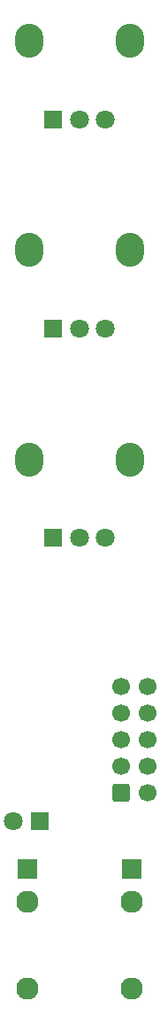
<source format=gbr>
%TF.GenerationSoftware,KiCad,Pcbnew,6.0.7+dfsg-1~bpo11+1*%
%TF.CreationDate,2022-10-26T04:05:39+08:00*%
%TF.ProjectId,MiniDelay v1.0 - Main,4d696e69-4465-46c6-9179-2076312e3020,rev?*%
%TF.SameCoordinates,Original*%
%TF.FileFunction,Soldermask,Top*%
%TF.FilePolarity,Negative*%
%FSLAX46Y46*%
G04 Gerber Fmt 4.6, Leading zero omitted, Abs format (unit mm)*
G04 Created by KiCad (PCBNEW 6.0.7+dfsg-1~bpo11+1) date 2022-10-26 04:05:39*
%MOMM*%
%LPD*%
G01*
G04 APERTURE LIST*
G04 Aperture macros list*
%AMRoundRect*
0 Rectangle with rounded corners*
0 $1 Rounding radius*
0 $2 $3 $4 $5 $6 $7 $8 $9 X,Y pos of 4 corners*
0 Add a 4 corners polygon primitive as box body*
4,1,4,$2,$3,$4,$5,$6,$7,$8,$9,$2,$3,0*
0 Add four circle primitives for the rounded corners*
1,1,$1+$1,$2,$3*
1,1,$1+$1,$4,$5*
1,1,$1+$1,$6,$7*
1,1,$1+$1,$8,$9*
0 Add four rect primitives between the rounded corners*
20,1,$1+$1,$2,$3,$4,$5,0*
20,1,$1+$1,$4,$5,$6,$7,0*
20,1,$1+$1,$6,$7,$8,$9,0*
20,1,$1+$1,$8,$9,$2,$3,0*%
G04 Aperture macros list end*
%ADD10R,1.800000X1.800000*%
%ADD11C,1.800000*%
%ADD12R,1.930000X1.830000*%
%ADD13C,2.130000*%
%ADD14O,2.720000X3.240000*%
%ADD15RoundRect,0.250000X-0.600000X-0.600000X0.600000X-0.600000X0.600000X0.600000X-0.600000X0.600000X0*%
%ADD16C,1.700000*%
G04 APERTURE END LIST*
D10*
%TO.C,D1*%
X131200000Y-138550000D03*
D11*
X128660000Y-138550000D03*
%TD*%
D12*
%TO.C,AudioOut1*%
X140000000Y-143170000D03*
D13*
X140000000Y-154570000D03*
X140000000Y-146270000D03*
%TD*%
D12*
%TO.C,AudioIn1*%
X130000000Y-143170000D03*
D13*
X130000000Y-154570000D03*
X130000000Y-146270000D03*
%TD*%
D14*
%TO.C,LEVEL1*%
X139800000Y-104000000D03*
X130200000Y-104000000D03*
D10*
X132500000Y-111500000D03*
D11*
X135000000Y-111500000D03*
X137500000Y-111500000D03*
%TD*%
D14*
%TO.C,TIME1*%
X139800000Y-64000000D03*
X130200000Y-64000000D03*
D10*
X132500000Y-71500000D03*
D11*
X135000000Y-71500000D03*
X137500000Y-71500000D03*
%TD*%
D14*
%TO.C,REPEATS1*%
X130200000Y-84000000D03*
X139800000Y-84000000D03*
D10*
X132500000Y-91500000D03*
D11*
X135000000Y-91500000D03*
X137500000Y-91500000D03*
%TD*%
D15*
%TO.C,J1*%
X138997500Y-135830000D03*
D16*
X141537500Y-135830000D03*
X138997500Y-133290000D03*
X141537500Y-133290000D03*
X138997500Y-130750000D03*
X141537500Y-130750000D03*
X138997500Y-128210000D03*
X141537500Y-128210000D03*
X138997500Y-125670000D03*
X141537500Y-125670000D03*
%TD*%
M02*

</source>
